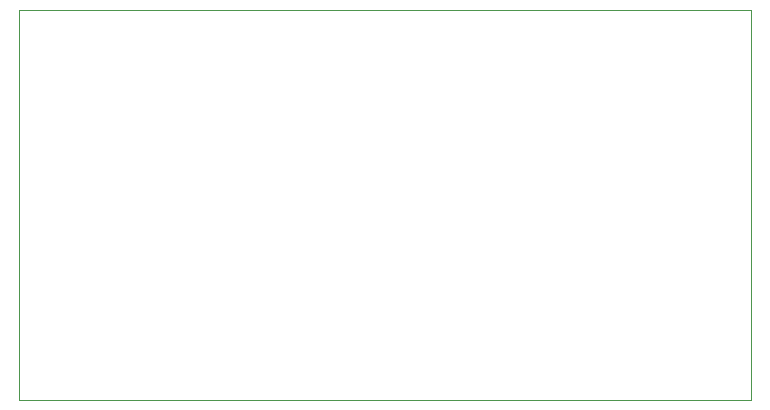
<source format=gm1>
G04 #@! TF.GenerationSoftware,KiCad,Pcbnew,7.0.7*
G04 #@! TF.CreationDate,2023-09-29T07:28:47+02:00*
G04 #@! TF.ProjectId,shmoergh-dual-rail-psu,73686d6f-6572-4676-982d-6475616c2d72,rev?*
G04 #@! TF.SameCoordinates,Original*
G04 #@! TF.FileFunction,Profile,NP*
%FSLAX46Y46*%
G04 Gerber Fmt 4.6, Leading zero omitted, Abs format (unit mm)*
G04 Created by KiCad (PCBNEW 7.0.7) date 2023-09-29 07:28:47*
%MOMM*%
%LPD*%
G01*
G04 APERTURE LIST*
G04 #@! TA.AperFunction,Profile*
%ADD10C,0.100000*%
G04 #@! TD*
G04 APERTURE END LIST*
D10*
X36000000Y-62000000D02*
X98000000Y-62000000D01*
X98000000Y-95000000D01*
X36000000Y-95000000D01*
X36000000Y-62000000D01*
M02*

</source>
